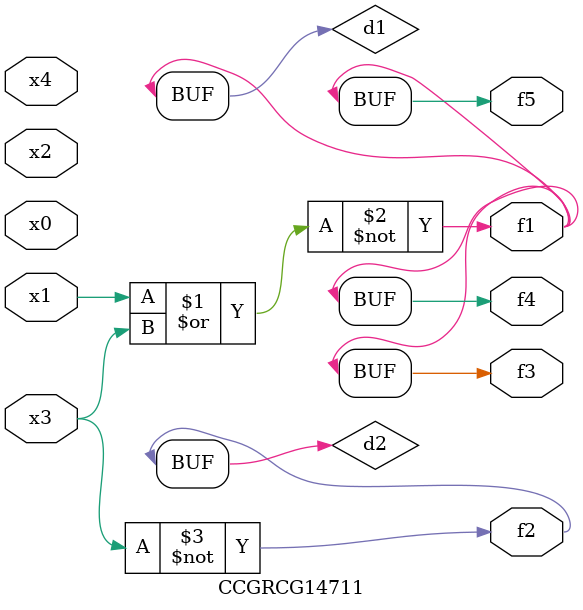
<source format=v>
module CCGRCG14711(
	input x0, x1, x2, x3, x4,
	output f1, f2, f3, f4, f5
);

	wire d1, d2;

	nor (d1, x1, x3);
	not (d2, x3);
	assign f1 = d1;
	assign f2 = d2;
	assign f3 = d1;
	assign f4 = d1;
	assign f5 = d1;
endmodule

</source>
